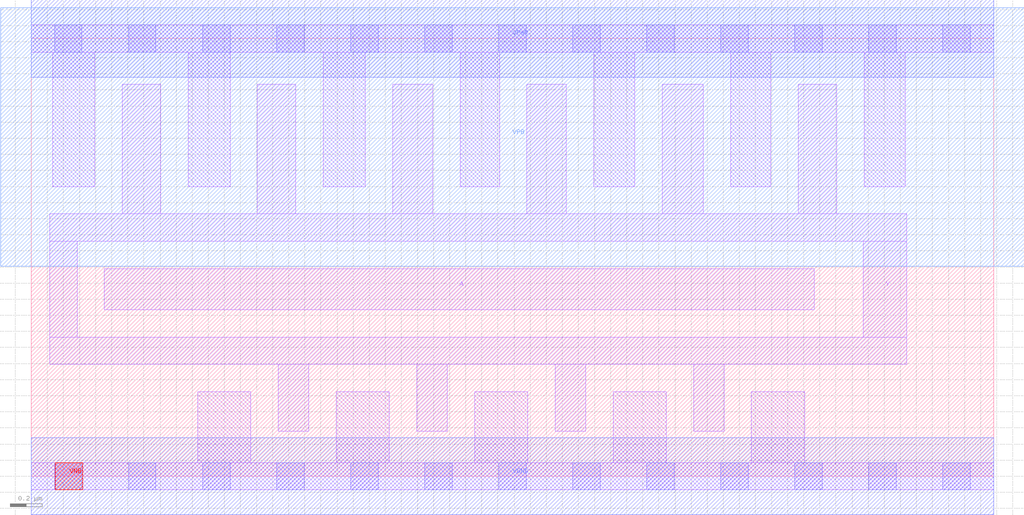
<source format=lef>
# Copyright 2020 The SkyWater PDK Authors
#
# Licensed under the Apache License, Version 2.0 (the "License");
# you may not use this file except in compliance with the License.
# You may obtain a copy of the License at
#
#     https://www.apache.org/licenses/LICENSE-2.0
#
# Unless required by applicable law or agreed to in writing, software
# distributed under the License is distributed on an "AS IS" BASIS,
# WITHOUT WARRANTIES OR CONDITIONS OF ANY KIND, either express or implied.
# See the License for the specific language governing permissions and
# limitations under the License.
#
# SPDX-License-Identifier: Apache-2.0

VERSION 5.7 ;
  NOWIREEXTENSIONATPIN ON ;
  DIVIDERCHAR "/" ;
  BUSBITCHARS "[]" ;
MACRO sky130_fd_sc_hd__clkinv_8
  CLASS CORE ;
  FOREIGN sky130_fd_sc_hd__clkinv_8 ;
  ORIGIN  0.000000  0.000000 ;
  SIZE  5.980000 BY  2.720000 ;
  SYMMETRY X Y R90 ;
  SITE unithd ;
  PIN A
    ANTENNAGATEAREA  2.304000 ;
    DIRECTION INPUT ;
    USE SIGNAL ;
    PORT
      LAYER li1 ;
        RECT 0.455000 1.035000 4.865000 1.290000 ;
    END
  END A
  PIN VNB
    PORT
      LAYER pwell ;
        RECT 0.150000 -0.085000 0.320000 0.085000 ;
    END
  END VNB
  PIN VPB
    PORT
      LAYER nwell ;
        RECT -0.190000 1.305000 6.170000 2.910000 ;
    END
  END VPB
  PIN Y
    ANTENNADIFFAREA  2.090400 ;
    DIRECTION OUTPUT ;
    USE SIGNAL ;
    PORT
      LAYER li1 ;
        RECT 0.115000 0.695000 5.440000 0.865000 ;
        RECT 0.115000 0.865000 0.285000 1.460000 ;
        RECT 0.115000 1.460000 5.440000 1.630000 ;
        RECT 0.565000 1.630000 0.805000 2.435000 ;
        RECT 1.405000 1.630000 1.645000 2.435000 ;
        RECT 1.535000 0.280000 1.725000 0.695000 ;
        RECT 2.245000 1.630000 2.495000 2.435000 ;
        RECT 2.395000 0.280000 2.585000 0.695000 ;
        RECT 3.080000 1.630000 3.325000 2.435000 ;
        RECT 3.255000 0.280000 3.445000 0.695000 ;
        RECT 3.920000 1.630000 4.175000 2.435000 ;
        RECT 4.115000 0.280000 4.305000 0.695000 ;
        RECT 4.765000 1.630000 5.005000 2.435000 ;
        RECT 5.170000 0.865000 5.440000 1.460000 ;
    END
  END Y
  PIN VGND
    DIRECTION INOUT ;
    SHAPE ABUTMENT ;
    USE GROUND ;
    PORT
      LAYER met1 ;
        RECT 0.000000 -0.240000 5.980000 0.240000 ;
    END
  END VGND
  PIN VPWR
    DIRECTION INOUT ;
    SHAPE ABUTMENT ;
    USE POWER ;
    PORT
      LAYER met1 ;
        RECT 0.000000 2.480000 5.980000 2.960000 ;
    END
  END VPWR
  OBS
    LAYER li1 ;
      RECT 0.000000 -0.085000 5.980000 0.085000 ;
      RECT 0.000000  2.635000 5.980000 2.805000 ;
      RECT 0.135000  1.800000 0.395000 2.635000 ;
      RECT 0.975000  1.800000 1.235000 2.635000 ;
      RECT 1.035000  0.085000 1.365000 0.525000 ;
      RECT 1.815000  1.800000 2.075000 2.635000 ;
      RECT 1.895000  0.085000 2.225000 0.525000 ;
      RECT 2.665000  1.800000 2.910000 2.635000 ;
      RECT 2.755000  0.085000 3.085000 0.525000 ;
      RECT 3.495000  1.800000 3.750000 2.635000 ;
      RECT 3.615000  0.085000 3.945000 0.525000 ;
      RECT 4.345000  1.800000 4.595000 2.635000 ;
      RECT 4.475000  0.085000 4.805000 0.525000 ;
      RECT 5.175000  1.800000 5.430000 2.635000 ;
    LAYER mcon ;
      RECT 0.145000 -0.085000 0.315000 0.085000 ;
      RECT 0.145000  2.635000 0.315000 2.805000 ;
      RECT 0.605000 -0.085000 0.775000 0.085000 ;
      RECT 0.605000  2.635000 0.775000 2.805000 ;
      RECT 1.065000 -0.085000 1.235000 0.085000 ;
      RECT 1.065000  2.635000 1.235000 2.805000 ;
      RECT 1.525000 -0.085000 1.695000 0.085000 ;
      RECT 1.525000  2.635000 1.695000 2.805000 ;
      RECT 1.985000 -0.085000 2.155000 0.085000 ;
      RECT 1.985000  2.635000 2.155000 2.805000 ;
      RECT 2.445000 -0.085000 2.615000 0.085000 ;
      RECT 2.445000  2.635000 2.615000 2.805000 ;
      RECT 2.905000 -0.085000 3.075000 0.085000 ;
      RECT 2.905000  2.635000 3.075000 2.805000 ;
      RECT 3.365000 -0.085000 3.535000 0.085000 ;
      RECT 3.365000  2.635000 3.535000 2.805000 ;
      RECT 3.825000 -0.085000 3.995000 0.085000 ;
      RECT 3.825000  2.635000 3.995000 2.805000 ;
      RECT 4.285000 -0.085000 4.455000 0.085000 ;
      RECT 4.285000  2.635000 4.455000 2.805000 ;
      RECT 4.745000 -0.085000 4.915000 0.085000 ;
      RECT 4.745000  2.635000 4.915000 2.805000 ;
      RECT 5.205000 -0.085000 5.375000 0.085000 ;
      RECT 5.205000  2.635000 5.375000 2.805000 ;
      RECT 5.665000 -0.085000 5.835000 0.085000 ;
      RECT 5.665000  2.635000 5.835000 2.805000 ;
  END
END sky130_fd_sc_hd__clkinv_8
END LIBRARY

</source>
